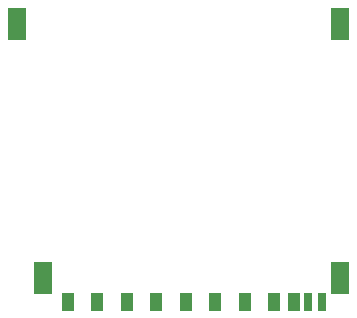
<source format=gtp>
G04 #@! TF.GenerationSoftware,KiCad,Pcbnew,(5.1.10)-1*
G04 #@! TF.CreationDate,2021-09-09T16:44:11+02:00*
G04 #@! TF.ProjectId,Motorrumsstyrning,4d6f746f-7272-4756-9d73-737479726e69,rev?*
G04 #@! TF.SameCoordinates,Original*
G04 #@! TF.FileFunction,Paste,Top*
G04 #@! TF.FilePolarity,Positive*
%FSLAX46Y46*%
G04 Gerber Fmt 4.6, Leading zero omitted, Abs format (unit mm)*
G04 Created by KiCad (PCBNEW (5.1.10)-1) date 2021-09-09 16:44:11*
%MOMM*%
%LPD*%
G01*
G04 APERTURE LIST*
%ADD10R,1.000000X1.500000*%
%ADD11R,0.700000X1.500000*%
%ADD12R,1.500000X2.800000*%
G04 APERTURE END LIST*
D10*
X143075000Y-88450000D03*
X145575000Y-88450000D03*
X148075000Y-88450000D03*
X150575000Y-88450000D03*
X153075000Y-88450000D03*
X155575000Y-88450000D03*
X158005000Y-88450000D03*
X159705000Y-88450000D03*
X140575000Y-88450000D03*
D11*
X160905000Y-88450000D03*
X162105000Y-88450000D03*
D12*
X163600000Y-64950000D03*
X136300000Y-64950000D03*
X163600000Y-86450000D03*
X138500000Y-86450000D03*
M02*

</source>
